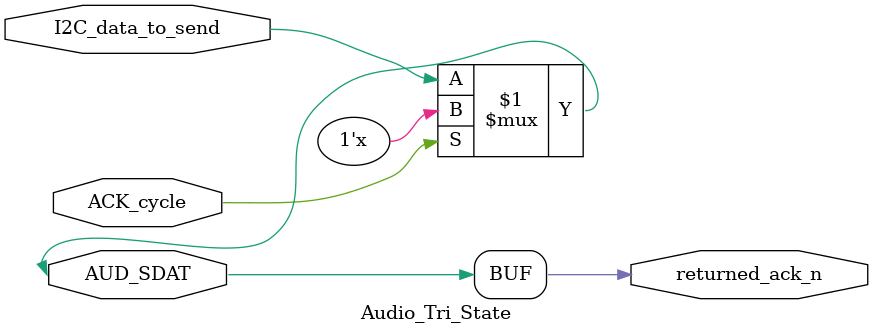
<source format=v>
module Audio_Tri_State(
    inout AUD_SDAT,
    output returned_ack_n,
    input I2C_data_to_send,
    input ACK_cycle
);
    assign returned_ack_n = AUD_SDAT; // only read this during the ACK_cycle 
    assign AUD_SDAT = ACK_cycle ? 1'bZ : I2C_data_to_send;
endmodule
</source>
